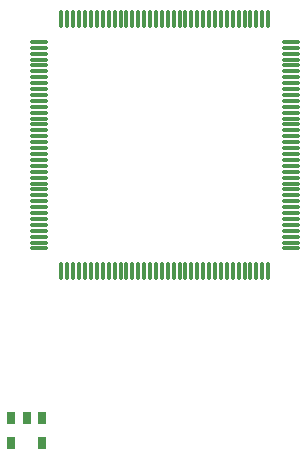
<source format=gbr>
%TF.GenerationSoftware,KiCad,Pcbnew,6.0.11-2627ca5db0~126~ubuntu22.04.1*%
%TF.CreationDate,2023-04-21T14:56:34-05:00*%
%TF.ProjectId,xc2c128_breakout,78633263-3132-4385-9f62-7265616b6f75,rev?*%
%TF.SameCoordinates,Original*%
%TF.FileFunction,Paste,Top*%
%TF.FilePolarity,Positive*%
%FSLAX46Y46*%
G04 Gerber Fmt 4.6, Leading zero omitted, Abs format (unit mm)*
G04 Created by KiCad (PCBNEW 6.0.11-2627ca5db0~126~ubuntu22.04.1) date 2023-04-21 14:56:34*
%MOMM*%
%LPD*%
G01*
G04 APERTURE LIST*
G04 Aperture macros list*
%AMRoundRect*
0 Rectangle with rounded corners*
0 $1 Rounding radius*
0 $2 $3 $4 $5 $6 $7 $8 $9 X,Y pos of 4 corners*
0 Add a 4 corners polygon primitive as box body*
4,1,4,$2,$3,$4,$5,$6,$7,$8,$9,$2,$3,0*
0 Add four circle primitives for the rounded corners*
1,1,$1+$1,$2,$3*
1,1,$1+$1,$4,$5*
1,1,$1+$1,$6,$7*
1,1,$1+$1,$8,$9*
0 Add four rect primitives between the rounded corners*
20,1,$1+$1,$2,$3,$4,$5,0*
20,1,$1+$1,$4,$5,$6,$7,0*
20,1,$1+$1,$6,$7,$8,$9,0*
20,1,$1+$1,$8,$9,$2,$3,0*%
G04 Aperture macros list end*
%ADD10RoundRect,0.075000X-0.662500X-0.075000X0.662500X-0.075000X0.662500X0.075000X-0.662500X0.075000X0*%
%ADD11RoundRect,0.075000X-0.075000X-0.662500X0.075000X-0.662500X0.075000X0.662500X-0.075000X0.662500X0*%
%ADD12R,0.700000X1.100000*%
G04 APERTURE END LIST*
D10*
%TO.C,U2*%
X72649500Y-117488000D03*
X72649500Y-117988000D03*
X72649500Y-118488000D03*
X72649500Y-118988000D03*
X72649500Y-119488000D03*
X72649500Y-119988000D03*
X72649500Y-120488000D03*
X72649500Y-120988000D03*
X72649500Y-121488000D03*
X72649500Y-121988000D03*
X72649500Y-122488000D03*
X72649500Y-122988000D03*
X72649500Y-123488000D03*
X72649500Y-123988000D03*
X72649500Y-124488000D03*
X72649500Y-124988000D03*
X72649500Y-125488000D03*
X72649500Y-125988000D03*
X72649500Y-126488000D03*
X72649500Y-126988000D03*
X72649500Y-127488000D03*
X72649500Y-127988000D03*
X72649500Y-128488000D03*
X72649500Y-128988000D03*
X72649500Y-129488000D03*
X72649500Y-129988000D03*
X72649500Y-130488000D03*
X72649500Y-130988000D03*
X72649500Y-131488000D03*
X72649500Y-131988000D03*
X72649500Y-132488000D03*
X72649500Y-132988000D03*
X72649500Y-133488000D03*
X72649500Y-133988000D03*
X72649500Y-134488000D03*
X72649500Y-134988000D03*
D11*
X74562000Y-136900500D03*
X75062000Y-136900500D03*
X75562000Y-136900500D03*
X76062000Y-136900500D03*
X76562000Y-136900500D03*
X77062000Y-136900500D03*
X77562000Y-136900500D03*
X78062000Y-136900500D03*
X78562000Y-136900500D03*
X79062000Y-136900500D03*
X79562000Y-136900500D03*
X80062000Y-136900500D03*
X80562000Y-136900500D03*
X81062000Y-136900500D03*
X81562000Y-136900500D03*
X82062000Y-136900500D03*
X82562000Y-136900500D03*
X83062000Y-136900500D03*
X83562000Y-136900500D03*
X84062000Y-136900500D03*
X84562000Y-136900500D03*
X85062000Y-136900500D03*
X85562000Y-136900500D03*
X86062000Y-136900500D03*
X86562000Y-136900500D03*
X87062000Y-136900500D03*
X87562000Y-136900500D03*
X88062000Y-136900500D03*
X88562000Y-136900500D03*
X89062000Y-136900500D03*
X89562000Y-136900500D03*
X90062000Y-136900500D03*
X90562000Y-136900500D03*
X91062000Y-136900500D03*
X91562000Y-136900500D03*
X92062000Y-136900500D03*
D10*
X93974500Y-134988000D03*
X93974500Y-134488000D03*
X93974500Y-133988000D03*
X93974500Y-133488000D03*
X93974500Y-132988000D03*
X93974500Y-132488000D03*
X93974500Y-131988000D03*
X93974500Y-131488000D03*
X93974500Y-130988000D03*
X93974500Y-130488000D03*
X93974500Y-129988000D03*
X93974500Y-129488000D03*
X93974500Y-128988000D03*
X93974500Y-128488000D03*
X93974500Y-127988000D03*
X93974500Y-127488000D03*
X93974500Y-126988000D03*
X93974500Y-126488000D03*
X93974500Y-125988000D03*
X93974500Y-125488000D03*
X93974500Y-124988000D03*
X93974500Y-124488000D03*
X93974500Y-123988000D03*
X93974500Y-123488000D03*
X93974500Y-122988000D03*
X93974500Y-122488000D03*
X93974500Y-121988000D03*
X93974500Y-121488000D03*
X93974500Y-120988000D03*
X93974500Y-120488000D03*
X93974500Y-119988000D03*
X93974500Y-119488000D03*
X93974500Y-118988000D03*
X93974500Y-118488000D03*
X93974500Y-117988000D03*
X93974500Y-117488000D03*
D11*
X92062000Y-115575500D03*
X91562000Y-115575500D03*
X91062000Y-115575500D03*
X90562000Y-115575500D03*
X90062000Y-115575500D03*
X89562000Y-115575500D03*
X89062000Y-115575500D03*
X88562000Y-115575500D03*
X88062000Y-115575500D03*
X87562000Y-115575500D03*
X87062000Y-115575500D03*
X86562000Y-115575500D03*
X86062000Y-115575500D03*
X85562000Y-115575500D03*
X85062000Y-115575500D03*
X84562000Y-115575500D03*
X84062000Y-115575500D03*
X83562000Y-115575500D03*
X83062000Y-115575500D03*
X82562000Y-115575500D03*
X82062000Y-115575500D03*
X81562000Y-115575500D03*
X81062000Y-115575500D03*
X80562000Y-115575500D03*
X80062000Y-115575500D03*
X79562000Y-115575500D03*
X79062000Y-115575500D03*
X78562000Y-115575500D03*
X78062000Y-115575500D03*
X77562000Y-115575500D03*
X77062000Y-115575500D03*
X76562000Y-115575500D03*
X76062000Y-115575500D03*
X75562000Y-115575500D03*
X75062000Y-115575500D03*
X74562000Y-115575500D03*
%TD*%
D12*
%TO.C,U1*%
X72928000Y-149318000D03*
X71628000Y-149318000D03*
X70328000Y-149318000D03*
X70328000Y-151418000D03*
X72898000Y-151418000D03*
%TD*%
M02*

</source>
